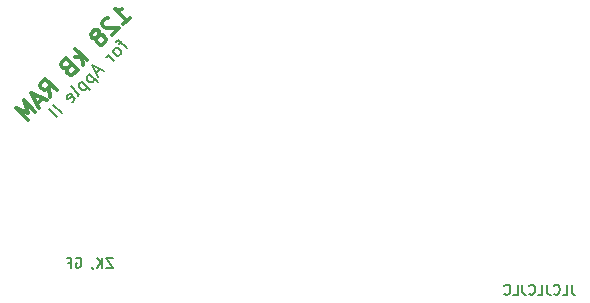
<source format=gbo>
G04 #@! TF.GenerationSoftware,KiCad,Pcbnew,(5.1.5-0-10_14)*
G04 #@! TF.CreationDate,2020-04-11T03:56:32-04:00*
G04 #@! TF.ProjectId,Voyager128,566f7961-6765-4723-9132-382e6b696361,rev?*
G04 #@! TF.SameCoordinates,Original*
G04 #@! TF.FileFunction,Legend,Bot*
G04 #@! TF.FilePolarity,Positive*
%FSLAX46Y46*%
G04 Gerber Fmt 4.6, Leading zero omitted, Abs format (unit mm)*
G04 Created by KiCad (PCBNEW (5.1.5-0-10_14)) date 2020-04-11 03:56:32*
%MOMM*%
%LPD*%
G04 APERTURE LIST*
%ADD10C,0.203200*%
%ADD11C,0.200000*%
%ADD12C,0.300000*%
%ADD13C,0.100000*%
%ADD14C,2.152400*%
G04 APERTURE END LIST*
D10*
X117009333Y-129729895D02*
X117009333Y-130310466D01*
X117048038Y-130426580D01*
X117125447Y-130503990D01*
X117241561Y-130542695D01*
X117318971Y-130542695D01*
X116235238Y-130542695D02*
X116622285Y-130542695D01*
X116622285Y-129729895D01*
X115499847Y-130465285D02*
X115538552Y-130503990D01*
X115654666Y-130542695D01*
X115732076Y-130542695D01*
X115848190Y-130503990D01*
X115925600Y-130426580D01*
X115964304Y-130349171D01*
X116003009Y-130194352D01*
X116003009Y-130078238D01*
X115964304Y-129923419D01*
X115925600Y-129846009D01*
X115848190Y-129768600D01*
X115732076Y-129729895D01*
X115654666Y-129729895D01*
X115538552Y-129768600D01*
X115499847Y-129807304D01*
X114919276Y-129729895D02*
X114919276Y-130310466D01*
X114957980Y-130426580D01*
X115035390Y-130503990D01*
X115151504Y-130542695D01*
X115228914Y-130542695D01*
X114145180Y-130542695D02*
X114532228Y-130542695D01*
X114532228Y-129729895D01*
X113409790Y-130465285D02*
X113448495Y-130503990D01*
X113564609Y-130542695D01*
X113642019Y-130542695D01*
X113758133Y-130503990D01*
X113835542Y-130426580D01*
X113874247Y-130349171D01*
X113912952Y-130194352D01*
X113912952Y-130078238D01*
X113874247Y-129923419D01*
X113835542Y-129846009D01*
X113758133Y-129768600D01*
X113642019Y-129729895D01*
X113564609Y-129729895D01*
X113448495Y-129768600D01*
X113409790Y-129807304D01*
X112829219Y-129729895D02*
X112829219Y-130310466D01*
X112867923Y-130426580D01*
X112945333Y-130503990D01*
X113061447Y-130542695D01*
X113138857Y-130542695D01*
X112055123Y-130542695D02*
X112442171Y-130542695D01*
X112442171Y-129729895D01*
X111319733Y-130465285D02*
X111358438Y-130503990D01*
X111474552Y-130542695D01*
X111551961Y-130542695D01*
X111668076Y-130503990D01*
X111745485Y-130426580D01*
X111784190Y-130349171D01*
X111822895Y-130194352D01*
X111822895Y-130078238D01*
X111784190Y-129923419D01*
X111745485Y-129846009D01*
X111668076Y-129768600D01*
X111551961Y-129729895D01*
X111474552Y-129729895D01*
X111358438Y-129768600D01*
X111319733Y-129807304D01*
X78135238Y-127443895D02*
X77593371Y-127443895D01*
X78135238Y-128256695D01*
X77593371Y-128256695D01*
X77283733Y-128256695D02*
X77283733Y-127443895D01*
X76819276Y-128256695D02*
X77167619Y-127792238D01*
X76819276Y-127443895D02*
X77283733Y-127908352D01*
X76432228Y-128217990D02*
X76432228Y-128256695D01*
X76470933Y-128334104D01*
X76509638Y-128372809D01*
X75038857Y-127482600D02*
X75116266Y-127443895D01*
X75232380Y-127443895D01*
X75348495Y-127482600D01*
X75425904Y-127560009D01*
X75464609Y-127637419D01*
X75503314Y-127792238D01*
X75503314Y-127908352D01*
X75464609Y-128063171D01*
X75425904Y-128140580D01*
X75348495Y-128217990D01*
X75232380Y-128256695D01*
X75154971Y-128256695D01*
X75038857Y-128217990D01*
X75000152Y-128179285D01*
X75000152Y-127908352D01*
X75154971Y-127908352D01*
X74380876Y-127830942D02*
X74651809Y-127830942D01*
X74651809Y-128256695D02*
X74651809Y-127443895D01*
X74264761Y-127443895D01*
D11*
X78946681Y-109086423D02*
X78672997Y-109360107D01*
X79322997Y-109668002D02*
X78707208Y-109052213D01*
X78604576Y-109018002D01*
X78501945Y-109052213D01*
X78433524Y-109120634D01*
X78809839Y-110181159D02*
X78844050Y-110078528D01*
X78844050Y-110010107D01*
X78809839Y-109907475D01*
X78604576Y-109702212D01*
X78501945Y-109668002D01*
X78433524Y-109668002D01*
X78330892Y-109702212D01*
X78228261Y-109804844D01*
X78194050Y-109907475D01*
X78194050Y-109975896D01*
X78228261Y-110078528D01*
X78433524Y-110283791D01*
X78536155Y-110318001D01*
X78604576Y-110318001D01*
X78707208Y-110283791D01*
X78809839Y-110181159D01*
X78262471Y-110728527D02*
X77783524Y-110249580D01*
X77920366Y-110386422D02*
X77817735Y-110352212D01*
X77749314Y-110352212D01*
X77646682Y-110386422D01*
X77578261Y-110454843D01*
X77099314Y-111481158D02*
X76757209Y-111823263D01*
X77372998Y-111618000D02*
X76415104Y-111139053D01*
X76894051Y-112096947D01*
X76175631Y-111857474D02*
X76894051Y-112575894D01*
X76209841Y-111891684D02*
X76107210Y-111925895D01*
X75970368Y-112062737D01*
X75936158Y-112165368D01*
X75936158Y-112233789D01*
X75970368Y-112336420D01*
X76175631Y-112541683D01*
X76278262Y-112575894D01*
X76346683Y-112575894D01*
X76449315Y-112541683D01*
X76586157Y-112404841D01*
X76620367Y-112302210D01*
X75525632Y-112507473D02*
X76244052Y-113225893D01*
X75559842Y-112541683D02*
X75457211Y-112575894D01*
X75320369Y-112712736D01*
X75286158Y-112815367D01*
X75286158Y-112883788D01*
X75320369Y-112986420D01*
X75525632Y-113191683D01*
X75628263Y-113225893D01*
X75696684Y-113225893D01*
X75799316Y-113191683D01*
X75936158Y-113054841D01*
X75970368Y-112952209D01*
X75251948Y-113739051D02*
X75286158Y-113636419D01*
X75251948Y-113533788D01*
X74636159Y-112917999D01*
X74670369Y-114252208D02*
X74773001Y-114217998D01*
X74909843Y-114081156D01*
X74944053Y-113978524D01*
X74909843Y-113875893D01*
X74636159Y-113602209D01*
X74533527Y-113567998D01*
X74430896Y-113602209D01*
X74294054Y-113739051D01*
X74259843Y-113841682D01*
X74294054Y-113944314D01*
X74362475Y-114012735D01*
X74773001Y-113739051D01*
X73815107Y-115175892D02*
X73096686Y-114457471D01*
X73473002Y-115517997D02*
X72754581Y-114799576D01*
D12*
X79045640Y-107651027D02*
X79611326Y-107085342D01*
X79328483Y-107368185D02*
X78338533Y-106378235D01*
X78574236Y-106425376D01*
X78762797Y-106425376D01*
X78904219Y-106378235D01*
X77772848Y-107132482D02*
X77678567Y-107132482D01*
X77537146Y-107179623D01*
X77301443Y-107415325D01*
X77254303Y-107556746D01*
X77254303Y-107651027D01*
X77301443Y-107792449D01*
X77395724Y-107886730D01*
X77584286Y-107981011D01*
X78715657Y-107981011D01*
X78102831Y-108593836D01*
X76971460Y-108593836D02*
X77018601Y-108452415D01*
X77018601Y-108358134D01*
X76971460Y-108216713D01*
X76924320Y-108169572D01*
X76782898Y-108122432D01*
X76688618Y-108122432D01*
X76547196Y-108169572D01*
X76358634Y-108358134D01*
X76311494Y-108499556D01*
X76311494Y-108593836D01*
X76358634Y-108735258D01*
X76405775Y-108782398D01*
X76547196Y-108829539D01*
X76641477Y-108829539D01*
X76782898Y-108782398D01*
X76971460Y-108593836D01*
X77112882Y-108546696D01*
X77207163Y-108546696D01*
X77348584Y-108593836D01*
X77537146Y-108782398D01*
X77584286Y-108923820D01*
X77584286Y-109018101D01*
X77537146Y-109159522D01*
X77348584Y-109348084D01*
X77207163Y-109395224D01*
X77112882Y-109395224D01*
X76971460Y-109348084D01*
X76782898Y-109159522D01*
X76735758Y-109018101D01*
X76735758Y-108923820D01*
X76782898Y-108782398D01*
X75981511Y-110715157D02*
X74991561Y-109725207D01*
X75510106Y-110432314D02*
X75604387Y-111092280D01*
X74944421Y-110432314D02*
X75698668Y-110432314D01*
X74331595Y-111327983D02*
X74237314Y-111516544D01*
X74237314Y-111610825D01*
X74284455Y-111752247D01*
X74425876Y-111893668D01*
X74567297Y-111940809D01*
X74661578Y-111940809D01*
X74803000Y-111893668D01*
X75180123Y-111516544D01*
X74190174Y-110526595D01*
X73860190Y-110856578D01*
X73813050Y-110998000D01*
X73813050Y-111092280D01*
X73860190Y-111233702D01*
X73954471Y-111327983D01*
X74095893Y-111375123D01*
X74190174Y-111375123D01*
X74331595Y-111327983D01*
X74661578Y-110998000D01*
X72870241Y-113826427D02*
X72728820Y-113025039D01*
X73435926Y-113260741D02*
X72445977Y-112270792D01*
X72068853Y-112647915D01*
X72021713Y-112789337D01*
X72021713Y-112883618D01*
X72068853Y-113025039D01*
X72210275Y-113166460D01*
X72351696Y-113213601D01*
X72445977Y-113213601D01*
X72587398Y-113166460D01*
X72964522Y-112789337D01*
X72210275Y-113920708D02*
X71738870Y-114392112D01*
X72587398Y-114109269D02*
X71267466Y-113449303D01*
X71927432Y-114769236D01*
X71597449Y-115099219D02*
X70607499Y-114109269D01*
X70984623Y-115146359D01*
X69947533Y-114769236D01*
X70937482Y-115759185D01*
%LPC*%
D13*
G36*
X139700000Y-139446000D02*
G01*
X139192000Y-139954000D01*
X74168000Y-139954000D01*
X73660000Y-139446000D01*
X73660000Y-132080000D01*
X139700000Y-132080000D01*
X139700000Y-139446000D01*
G37*
G36*
X137620179Y-131537818D02*
G01*
X137660862Y-131543853D01*
X137700758Y-131553846D01*
X137739483Y-131567702D01*
X137776662Y-131585287D01*
X137811939Y-131606431D01*
X137844974Y-131630931D01*
X137875448Y-131658552D01*
X137903069Y-131689026D01*
X137927569Y-131722061D01*
X137948713Y-131757338D01*
X137966298Y-131794517D01*
X137980154Y-131833242D01*
X137990147Y-131873138D01*
X137996182Y-131913821D01*
X137998200Y-131954900D01*
X137998200Y-138609100D01*
X137996182Y-138650179D01*
X137990147Y-138690862D01*
X137980154Y-138730758D01*
X137966298Y-138769483D01*
X137948713Y-138806662D01*
X137927569Y-138841939D01*
X137903069Y-138874974D01*
X137875448Y-138905448D01*
X137844974Y-138933069D01*
X137811939Y-138957569D01*
X137776662Y-138978713D01*
X137739483Y-138996298D01*
X137700758Y-139010154D01*
X137660862Y-139020147D01*
X137620179Y-139026182D01*
X137579100Y-139028200D01*
X136740900Y-139028200D01*
X136699821Y-139026182D01*
X136659138Y-139020147D01*
X136619242Y-139010154D01*
X136580517Y-138996298D01*
X136543338Y-138978713D01*
X136508061Y-138957569D01*
X136475026Y-138933069D01*
X136444552Y-138905448D01*
X136416931Y-138874974D01*
X136392431Y-138841939D01*
X136371287Y-138806662D01*
X136353702Y-138769483D01*
X136339846Y-138730758D01*
X136329853Y-138690862D01*
X136323818Y-138650179D01*
X136321800Y-138609100D01*
X136321800Y-131954900D01*
X136323818Y-131913821D01*
X136329853Y-131873138D01*
X136339846Y-131833242D01*
X136353702Y-131794517D01*
X136371287Y-131757338D01*
X136392431Y-131722061D01*
X136416931Y-131689026D01*
X136444552Y-131658552D01*
X136475026Y-131630931D01*
X136508061Y-131606431D01*
X136543338Y-131585287D01*
X136580517Y-131567702D01*
X136619242Y-131553846D01*
X136659138Y-131543853D01*
X136699821Y-131537818D01*
X136740900Y-131535800D01*
X137579100Y-131535800D01*
X137620179Y-131537818D01*
G37*
G36*
X135080179Y-131537818D02*
G01*
X135120862Y-131543853D01*
X135160758Y-131553846D01*
X135199483Y-131567702D01*
X135236662Y-131585287D01*
X135271939Y-131606431D01*
X135304974Y-131630931D01*
X135335448Y-131658552D01*
X135363069Y-131689026D01*
X135387569Y-131722061D01*
X135408713Y-131757338D01*
X135426298Y-131794517D01*
X135440154Y-131833242D01*
X135450147Y-131873138D01*
X135456182Y-131913821D01*
X135458200Y-131954900D01*
X135458200Y-138609100D01*
X135456182Y-138650179D01*
X135450147Y-138690862D01*
X135440154Y-138730758D01*
X135426298Y-138769483D01*
X135408713Y-138806662D01*
X135387569Y-138841939D01*
X135363069Y-138874974D01*
X135335448Y-138905448D01*
X135304974Y-138933069D01*
X135271939Y-138957569D01*
X135236662Y-138978713D01*
X135199483Y-138996298D01*
X135160758Y-139010154D01*
X135120862Y-139020147D01*
X135080179Y-139026182D01*
X135039100Y-139028200D01*
X134200900Y-139028200D01*
X134159821Y-139026182D01*
X134119138Y-139020147D01*
X134079242Y-139010154D01*
X134040517Y-138996298D01*
X134003338Y-138978713D01*
X133968061Y-138957569D01*
X133935026Y-138933069D01*
X133904552Y-138905448D01*
X133876931Y-138874974D01*
X133852431Y-138841939D01*
X133831287Y-138806662D01*
X133813702Y-138769483D01*
X133799846Y-138730758D01*
X133789853Y-138690862D01*
X133783818Y-138650179D01*
X133781800Y-138609100D01*
X133781800Y-131954900D01*
X133783818Y-131913821D01*
X133789853Y-131873138D01*
X133799846Y-131833242D01*
X133813702Y-131794517D01*
X133831287Y-131757338D01*
X133852431Y-131722061D01*
X133876931Y-131689026D01*
X133904552Y-131658552D01*
X133935026Y-131630931D01*
X133968061Y-131606431D01*
X134003338Y-131585287D01*
X134040517Y-131567702D01*
X134079242Y-131553846D01*
X134119138Y-131543853D01*
X134159821Y-131537818D01*
X134200900Y-131535800D01*
X135039100Y-131535800D01*
X135080179Y-131537818D01*
G37*
G36*
X132540179Y-131537818D02*
G01*
X132580862Y-131543853D01*
X132620758Y-131553846D01*
X132659483Y-131567702D01*
X132696662Y-131585287D01*
X132731939Y-131606431D01*
X132764974Y-131630931D01*
X132795448Y-131658552D01*
X132823069Y-131689026D01*
X132847569Y-131722061D01*
X132868713Y-131757338D01*
X132886298Y-131794517D01*
X132900154Y-131833242D01*
X132910147Y-131873138D01*
X132916182Y-131913821D01*
X132918200Y-131954900D01*
X132918200Y-138609100D01*
X132916182Y-138650179D01*
X132910147Y-138690862D01*
X132900154Y-138730758D01*
X132886298Y-138769483D01*
X132868713Y-138806662D01*
X132847569Y-138841939D01*
X132823069Y-138874974D01*
X132795448Y-138905448D01*
X132764974Y-138933069D01*
X132731939Y-138957569D01*
X132696662Y-138978713D01*
X132659483Y-138996298D01*
X132620758Y-139010154D01*
X132580862Y-139020147D01*
X132540179Y-139026182D01*
X132499100Y-139028200D01*
X131660900Y-139028200D01*
X131619821Y-139026182D01*
X131579138Y-139020147D01*
X131539242Y-139010154D01*
X131500517Y-138996298D01*
X131463338Y-138978713D01*
X131428061Y-138957569D01*
X131395026Y-138933069D01*
X131364552Y-138905448D01*
X131336931Y-138874974D01*
X131312431Y-138841939D01*
X131291287Y-138806662D01*
X131273702Y-138769483D01*
X131259846Y-138730758D01*
X131249853Y-138690862D01*
X131243818Y-138650179D01*
X131241800Y-138609100D01*
X131241800Y-131954900D01*
X131243818Y-131913821D01*
X131249853Y-131873138D01*
X131259846Y-131833242D01*
X131273702Y-131794517D01*
X131291287Y-131757338D01*
X131312431Y-131722061D01*
X131336931Y-131689026D01*
X131364552Y-131658552D01*
X131395026Y-131630931D01*
X131428061Y-131606431D01*
X131463338Y-131585287D01*
X131500517Y-131567702D01*
X131539242Y-131553846D01*
X131579138Y-131543853D01*
X131619821Y-131537818D01*
X131660900Y-131535800D01*
X132499100Y-131535800D01*
X132540179Y-131537818D01*
G37*
G36*
X76660179Y-131537818D02*
G01*
X76700862Y-131543853D01*
X76740758Y-131553846D01*
X76779483Y-131567702D01*
X76816662Y-131585287D01*
X76851939Y-131606431D01*
X76884974Y-131630931D01*
X76915448Y-131658552D01*
X76943069Y-131689026D01*
X76967569Y-131722061D01*
X76988713Y-131757338D01*
X77006298Y-131794517D01*
X77020154Y-131833242D01*
X77030147Y-131873138D01*
X77036182Y-131913821D01*
X77038200Y-131954900D01*
X77038200Y-138609100D01*
X77036182Y-138650179D01*
X77030147Y-138690862D01*
X77020154Y-138730758D01*
X77006298Y-138769483D01*
X76988713Y-138806662D01*
X76967569Y-138841939D01*
X76943069Y-138874974D01*
X76915448Y-138905448D01*
X76884974Y-138933069D01*
X76851939Y-138957569D01*
X76816662Y-138978713D01*
X76779483Y-138996298D01*
X76740758Y-139010154D01*
X76700862Y-139020147D01*
X76660179Y-139026182D01*
X76619100Y-139028200D01*
X75780900Y-139028200D01*
X75739821Y-139026182D01*
X75699138Y-139020147D01*
X75659242Y-139010154D01*
X75620517Y-138996298D01*
X75583338Y-138978713D01*
X75548061Y-138957569D01*
X75515026Y-138933069D01*
X75484552Y-138905448D01*
X75456931Y-138874974D01*
X75432431Y-138841939D01*
X75411287Y-138806662D01*
X75393702Y-138769483D01*
X75379846Y-138730758D01*
X75369853Y-138690862D01*
X75363818Y-138650179D01*
X75361800Y-138609100D01*
X75361800Y-131954900D01*
X75363818Y-131913821D01*
X75369853Y-131873138D01*
X75379846Y-131833242D01*
X75393702Y-131794517D01*
X75411287Y-131757338D01*
X75432431Y-131722061D01*
X75456931Y-131689026D01*
X75484552Y-131658552D01*
X75515026Y-131630931D01*
X75548061Y-131606431D01*
X75583338Y-131585287D01*
X75620517Y-131567702D01*
X75659242Y-131553846D01*
X75699138Y-131543853D01*
X75739821Y-131537818D01*
X75780900Y-131535800D01*
X76619100Y-131535800D01*
X76660179Y-131537818D01*
G37*
G36*
X79200179Y-131537818D02*
G01*
X79240862Y-131543853D01*
X79280758Y-131553846D01*
X79319483Y-131567702D01*
X79356662Y-131585287D01*
X79391939Y-131606431D01*
X79424974Y-131630931D01*
X79455448Y-131658552D01*
X79483069Y-131689026D01*
X79507569Y-131722061D01*
X79528713Y-131757338D01*
X79546298Y-131794517D01*
X79560154Y-131833242D01*
X79570147Y-131873138D01*
X79576182Y-131913821D01*
X79578200Y-131954900D01*
X79578200Y-138609100D01*
X79576182Y-138650179D01*
X79570147Y-138690862D01*
X79560154Y-138730758D01*
X79546298Y-138769483D01*
X79528713Y-138806662D01*
X79507569Y-138841939D01*
X79483069Y-138874974D01*
X79455448Y-138905448D01*
X79424974Y-138933069D01*
X79391939Y-138957569D01*
X79356662Y-138978713D01*
X79319483Y-138996298D01*
X79280758Y-139010154D01*
X79240862Y-139020147D01*
X79200179Y-139026182D01*
X79159100Y-139028200D01*
X78320900Y-139028200D01*
X78279821Y-139026182D01*
X78239138Y-139020147D01*
X78199242Y-139010154D01*
X78160517Y-138996298D01*
X78123338Y-138978713D01*
X78088061Y-138957569D01*
X78055026Y-138933069D01*
X78024552Y-138905448D01*
X77996931Y-138874974D01*
X77972431Y-138841939D01*
X77951287Y-138806662D01*
X77933702Y-138769483D01*
X77919846Y-138730758D01*
X77909853Y-138690862D01*
X77903818Y-138650179D01*
X77901800Y-138609100D01*
X77901800Y-131954900D01*
X77903818Y-131913821D01*
X77909853Y-131873138D01*
X77919846Y-131833242D01*
X77933702Y-131794517D01*
X77951287Y-131757338D01*
X77972431Y-131722061D01*
X77996931Y-131689026D01*
X78024552Y-131658552D01*
X78055026Y-131630931D01*
X78088061Y-131606431D01*
X78123338Y-131585287D01*
X78160517Y-131567702D01*
X78199242Y-131553846D01*
X78239138Y-131543853D01*
X78279821Y-131537818D01*
X78320900Y-131535800D01*
X79159100Y-131535800D01*
X79200179Y-131537818D01*
G37*
G36*
X81740179Y-131537818D02*
G01*
X81780862Y-131543853D01*
X81820758Y-131553846D01*
X81859483Y-131567702D01*
X81896662Y-131585287D01*
X81931939Y-131606431D01*
X81964974Y-131630931D01*
X81995448Y-131658552D01*
X82023069Y-131689026D01*
X82047569Y-131722061D01*
X82068713Y-131757338D01*
X82086298Y-131794517D01*
X82100154Y-131833242D01*
X82110147Y-131873138D01*
X82116182Y-131913821D01*
X82118200Y-131954900D01*
X82118200Y-138609100D01*
X82116182Y-138650179D01*
X82110147Y-138690862D01*
X82100154Y-138730758D01*
X82086298Y-138769483D01*
X82068713Y-138806662D01*
X82047569Y-138841939D01*
X82023069Y-138874974D01*
X81995448Y-138905448D01*
X81964974Y-138933069D01*
X81931939Y-138957569D01*
X81896662Y-138978713D01*
X81859483Y-138996298D01*
X81820758Y-139010154D01*
X81780862Y-139020147D01*
X81740179Y-139026182D01*
X81699100Y-139028200D01*
X80860900Y-139028200D01*
X80819821Y-139026182D01*
X80779138Y-139020147D01*
X80739242Y-139010154D01*
X80700517Y-138996298D01*
X80663338Y-138978713D01*
X80628061Y-138957569D01*
X80595026Y-138933069D01*
X80564552Y-138905448D01*
X80536931Y-138874974D01*
X80512431Y-138841939D01*
X80491287Y-138806662D01*
X80473702Y-138769483D01*
X80459846Y-138730758D01*
X80449853Y-138690862D01*
X80443818Y-138650179D01*
X80441800Y-138609100D01*
X80441800Y-131954900D01*
X80443818Y-131913821D01*
X80449853Y-131873138D01*
X80459846Y-131833242D01*
X80473702Y-131794517D01*
X80491287Y-131757338D01*
X80512431Y-131722061D01*
X80536931Y-131689026D01*
X80564552Y-131658552D01*
X80595026Y-131630931D01*
X80628061Y-131606431D01*
X80663338Y-131585287D01*
X80700517Y-131567702D01*
X80739242Y-131553846D01*
X80779138Y-131543853D01*
X80819821Y-131537818D01*
X80860900Y-131535800D01*
X81699100Y-131535800D01*
X81740179Y-131537818D01*
G37*
G36*
X84280179Y-131537818D02*
G01*
X84320862Y-131543853D01*
X84360758Y-131553846D01*
X84399483Y-131567702D01*
X84436662Y-131585287D01*
X84471939Y-131606431D01*
X84504974Y-131630931D01*
X84535448Y-131658552D01*
X84563069Y-131689026D01*
X84587569Y-131722061D01*
X84608713Y-131757338D01*
X84626298Y-131794517D01*
X84640154Y-131833242D01*
X84650147Y-131873138D01*
X84656182Y-131913821D01*
X84658200Y-131954900D01*
X84658200Y-138609100D01*
X84656182Y-138650179D01*
X84650147Y-138690862D01*
X84640154Y-138730758D01*
X84626298Y-138769483D01*
X84608713Y-138806662D01*
X84587569Y-138841939D01*
X84563069Y-138874974D01*
X84535448Y-138905448D01*
X84504974Y-138933069D01*
X84471939Y-138957569D01*
X84436662Y-138978713D01*
X84399483Y-138996298D01*
X84360758Y-139010154D01*
X84320862Y-139020147D01*
X84280179Y-139026182D01*
X84239100Y-139028200D01*
X83400900Y-139028200D01*
X83359821Y-139026182D01*
X83319138Y-139020147D01*
X83279242Y-139010154D01*
X83240517Y-138996298D01*
X83203338Y-138978713D01*
X83168061Y-138957569D01*
X83135026Y-138933069D01*
X83104552Y-138905448D01*
X83076931Y-138874974D01*
X83052431Y-138841939D01*
X83031287Y-138806662D01*
X83013702Y-138769483D01*
X82999846Y-138730758D01*
X82989853Y-138690862D01*
X82983818Y-138650179D01*
X82981800Y-138609100D01*
X82981800Y-131954900D01*
X82983818Y-131913821D01*
X82989853Y-131873138D01*
X82999846Y-131833242D01*
X83013702Y-131794517D01*
X83031287Y-131757338D01*
X83052431Y-131722061D01*
X83076931Y-131689026D01*
X83104552Y-131658552D01*
X83135026Y-131630931D01*
X83168061Y-131606431D01*
X83203338Y-131585287D01*
X83240517Y-131567702D01*
X83279242Y-131553846D01*
X83319138Y-131543853D01*
X83359821Y-131537818D01*
X83400900Y-131535800D01*
X84239100Y-131535800D01*
X84280179Y-131537818D01*
G37*
G36*
X86820179Y-131537818D02*
G01*
X86860862Y-131543853D01*
X86900758Y-131553846D01*
X86939483Y-131567702D01*
X86976662Y-131585287D01*
X87011939Y-131606431D01*
X87044974Y-131630931D01*
X87075448Y-131658552D01*
X87103069Y-131689026D01*
X87127569Y-131722061D01*
X87148713Y-131757338D01*
X87166298Y-131794517D01*
X87180154Y-131833242D01*
X87190147Y-131873138D01*
X87196182Y-131913821D01*
X87198200Y-131954900D01*
X87198200Y-138609100D01*
X87196182Y-138650179D01*
X87190147Y-138690862D01*
X87180154Y-138730758D01*
X87166298Y-138769483D01*
X87148713Y-138806662D01*
X87127569Y-138841939D01*
X87103069Y-138874974D01*
X87075448Y-138905448D01*
X87044974Y-138933069D01*
X87011939Y-138957569D01*
X86976662Y-138978713D01*
X86939483Y-138996298D01*
X86900758Y-139010154D01*
X86860862Y-139020147D01*
X86820179Y-139026182D01*
X86779100Y-139028200D01*
X85940900Y-139028200D01*
X85899821Y-139026182D01*
X85859138Y-139020147D01*
X85819242Y-139010154D01*
X85780517Y-138996298D01*
X85743338Y-138978713D01*
X85708061Y-138957569D01*
X85675026Y-138933069D01*
X85644552Y-138905448D01*
X85616931Y-138874974D01*
X85592431Y-138841939D01*
X85571287Y-138806662D01*
X85553702Y-138769483D01*
X85539846Y-138730758D01*
X85529853Y-138690862D01*
X85523818Y-138650179D01*
X85521800Y-138609100D01*
X85521800Y-131954900D01*
X85523818Y-131913821D01*
X85529853Y-131873138D01*
X85539846Y-131833242D01*
X85553702Y-131794517D01*
X85571287Y-131757338D01*
X85592431Y-131722061D01*
X85616931Y-131689026D01*
X85644552Y-131658552D01*
X85675026Y-131630931D01*
X85708061Y-131606431D01*
X85743338Y-131585287D01*
X85780517Y-131567702D01*
X85819242Y-131553846D01*
X85859138Y-131543853D01*
X85899821Y-131537818D01*
X85940900Y-131535800D01*
X86779100Y-131535800D01*
X86820179Y-131537818D01*
G37*
G36*
X89360179Y-131537818D02*
G01*
X89400862Y-131543853D01*
X89440758Y-131553846D01*
X89479483Y-131567702D01*
X89516662Y-131585287D01*
X89551939Y-131606431D01*
X89584974Y-131630931D01*
X89615448Y-131658552D01*
X89643069Y-131689026D01*
X89667569Y-131722061D01*
X89688713Y-131757338D01*
X89706298Y-131794517D01*
X89720154Y-131833242D01*
X89730147Y-131873138D01*
X89736182Y-131913821D01*
X89738200Y-131954900D01*
X89738200Y-138609100D01*
X89736182Y-138650179D01*
X89730147Y-138690862D01*
X89720154Y-138730758D01*
X89706298Y-138769483D01*
X89688713Y-138806662D01*
X89667569Y-138841939D01*
X89643069Y-138874974D01*
X89615448Y-138905448D01*
X89584974Y-138933069D01*
X89551939Y-138957569D01*
X89516662Y-138978713D01*
X89479483Y-138996298D01*
X89440758Y-139010154D01*
X89400862Y-139020147D01*
X89360179Y-139026182D01*
X89319100Y-139028200D01*
X88480900Y-139028200D01*
X88439821Y-139026182D01*
X88399138Y-139020147D01*
X88359242Y-139010154D01*
X88320517Y-138996298D01*
X88283338Y-138978713D01*
X88248061Y-138957569D01*
X88215026Y-138933069D01*
X88184552Y-138905448D01*
X88156931Y-138874974D01*
X88132431Y-138841939D01*
X88111287Y-138806662D01*
X88093702Y-138769483D01*
X88079846Y-138730758D01*
X88069853Y-138690862D01*
X88063818Y-138650179D01*
X88061800Y-138609100D01*
X88061800Y-131954900D01*
X88063818Y-131913821D01*
X88069853Y-131873138D01*
X88079846Y-131833242D01*
X88093702Y-131794517D01*
X88111287Y-131757338D01*
X88132431Y-131722061D01*
X88156931Y-131689026D01*
X88184552Y-131658552D01*
X88215026Y-131630931D01*
X88248061Y-131606431D01*
X88283338Y-131585287D01*
X88320517Y-131567702D01*
X88359242Y-131553846D01*
X88399138Y-131543853D01*
X88439821Y-131537818D01*
X88480900Y-131535800D01*
X89319100Y-131535800D01*
X89360179Y-131537818D01*
G37*
G36*
X91900179Y-131537818D02*
G01*
X91940862Y-131543853D01*
X91980758Y-131553846D01*
X92019483Y-131567702D01*
X92056662Y-131585287D01*
X92091939Y-131606431D01*
X92124974Y-131630931D01*
X92155448Y-131658552D01*
X92183069Y-131689026D01*
X92207569Y-131722061D01*
X92228713Y-131757338D01*
X92246298Y-131794517D01*
X92260154Y-131833242D01*
X92270147Y-131873138D01*
X92276182Y-131913821D01*
X92278200Y-131954900D01*
X92278200Y-138609100D01*
X92276182Y-138650179D01*
X92270147Y-138690862D01*
X92260154Y-138730758D01*
X92246298Y-138769483D01*
X92228713Y-138806662D01*
X92207569Y-138841939D01*
X92183069Y-138874974D01*
X92155448Y-138905448D01*
X92124974Y-138933069D01*
X92091939Y-138957569D01*
X92056662Y-138978713D01*
X92019483Y-138996298D01*
X91980758Y-139010154D01*
X91940862Y-139020147D01*
X91900179Y-139026182D01*
X91859100Y-139028200D01*
X91020900Y-139028200D01*
X90979821Y-139026182D01*
X90939138Y-139020147D01*
X90899242Y-139010154D01*
X90860517Y-138996298D01*
X90823338Y-138978713D01*
X90788061Y-138957569D01*
X90755026Y-138933069D01*
X90724552Y-138905448D01*
X90696931Y-138874974D01*
X90672431Y-138841939D01*
X90651287Y-138806662D01*
X90633702Y-138769483D01*
X90619846Y-138730758D01*
X90609853Y-138690862D01*
X90603818Y-138650179D01*
X90601800Y-138609100D01*
X90601800Y-131954900D01*
X90603818Y-131913821D01*
X90609853Y-131873138D01*
X90619846Y-131833242D01*
X90633702Y-131794517D01*
X90651287Y-131757338D01*
X90672431Y-131722061D01*
X90696931Y-131689026D01*
X90724552Y-131658552D01*
X90755026Y-131630931D01*
X90788061Y-131606431D01*
X90823338Y-131585287D01*
X90860517Y-131567702D01*
X90899242Y-131553846D01*
X90939138Y-131543853D01*
X90979821Y-131537818D01*
X91020900Y-131535800D01*
X91859100Y-131535800D01*
X91900179Y-131537818D01*
G37*
G36*
X94440179Y-131537818D02*
G01*
X94480862Y-131543853D01*
X94520758Y-131553846D01*
X94559483Y-131567702D01*
X94596662Y-131585287D01*
X94631939Y-131606431D01*
X94664974Y-131630931D01*
X94695448Y-131658552D01*
X94723069Y-131689026D01*
X94747569Y-131722061D01*
X94768713Y-131757338D01*
X94786298Y-131794517D01*
X94800154Y-131833242D01*
X94810147Y-131873138D01*
X94816182Y-131913821D01*
X94818200Y-131954900D01*
X94818200Y-138609100D01*
X94816182Y-138650179D01*
X94810147Y-138690862D01*
X94800154Y-138730758D01*
X94786298Y-138769483D01*
X94768713Y-138806662D01*
X94747569Y-138841939D01*
X94723069Y-138874974D01*
X94695448Y-138905448D01*
X94664974Y-138933069D01*
X94631939Y-138957569D01*
X94596662Y-138978713D01*
X94559483Y-138996298D01*
X94520758Y-139010154D01*
X94480862Y-139020147D01*
X94440179Y-139026182D01*
X94399100Y-139028200D01*
X93560900Y-139028200D01*
X93519821Y-139026182D01*
X93479138Y-139020147D01*
X93439242Y-139010154D01*
X93400517Y-138996298D01*
X93363338Y-138978713D01*
X93328061Y-138957569D01*
X93295026Y-138933069D01*
X93264552Y-138905448D01*
X93236931Y-138874974D01*
X93212431Y-138841939D01*
X93191287Y-138806662D01*
X93173702Y-138769483D01*
X93159846Y-138730758D01*
X93149853Y-138690862D01*
X93143818Y-138650179D01*
X93141800Y-138609100D01*
X93141800Y-131954900D01*
X93143818Y-131913821D01*
X93149853Y-131873138D01*
X93159846Y-131833242D01*
X93173702Y-131794517D01*
X93191287Y-131757338D01*
X93212431Y-131722061D01*
X93236931Y-131689026D01*
X93264552Y-131658552D01*
X93295026Y-131630931D01*
X93328061Y-131606431D01*
X93363338Y-131585287D01*
X93400517Y-131567702D01*
X93439242Y-131553846D01*
X93479138Y-131543853D01*
X93519821Y-131537818D01*
X93560900Y-131535800D01*
X94399100Y-131535800D01*
X94440179Y-131537818D01*
G37*
G36*
X96980179Y-131537818D02*
G01*
X97020862Y-131543853D01*
X97060758Y-131553846D01*
X97099483Y-131567702D01*
X97136662Y-131585287D01*
X97171939Y-131606431D01*
X97204974Y-131630931D01*
X97235448Y-131658552D01*
X97263069Y-131689026D01*
X97287569Y-131722061D01*
X97308713Y-131757338D01*
X97326298Y-131794517D01*
X97340154Y-131833242D01*
X97350147Y-131873138D01*
X97356182Y-131913821D01*
X97358200Y-131954900D01*
X97358200Y-138609100D01*
X97356182Y-138650179D01*
X97350147Y-138690862D01*
X97340154Y-138730758D01*
X97326298Y-138769483D01*
X97308713Y-138806662D01*
X97287569Y-138841939D01*
X97263069Y-138874974D01*
X97235448Y-138905448D01*
X97204974Y-138933069D01*
X97171939Y-138957569D01*
X97136662Y-138978713D01*
X97099483Y-138996298D01*
X97060758Y-139010154D01*
X97020862Y-139020147D01*
X96980179Y-139026182D01*
X96939100Y-139028200D01*
X96100900Y-139028200D01*
X96059821Y-139026182D01*
X96019138Y-139020147D01*
X95979242Y-139010154D01*
X95940517Y-138996298D01*
X95903338Y-138978713D01*
X95868061Y-138957569D01*
X95835026Y-138933069D01*
X95804552Y-138905448D01*
X95776931Y-138874974D01*
X95752431Y-138841939D01*
X95731287Y-138806662D01*
X95713702Y-138769483D01*
X95699846Y-138730758D01*
X95689853Y-138690862D01*
X95683818Y-138650179D01*
X95681800Y-138609100D01*
X95681800Y-131954900D01*
X95683818Y-131913821D01*
X95689853Y-131873138D01*
X95699846Y-131833242D01*
X95713702Y-131794517D01*
X95731287Y-131757338D01*
X95752431Y-131722061D01*
X95776931Y-131689026D01*
X95804552Y-131658552D01*
X95835026Y-131630931D01*
X95868061Y-131606431D01*
X95903338Y-131585287D01*
X95940517Y-131567702D01*
X95979242Y-131553846D01*
X96019138Y-131543853D01*
X96059821Y-131537818D01*
X96100900Y-131535800D01*
X96939100Y-131535800D01*
X96980179Y-131537818D01*
G37*
G36*
X99520179Y-131537818D02*
G01*
X99560862Y-131543853D01*
X99600758Y-131553846D01*
X99639483Y-131567702D01*
X99676662Y-131585287D01*
X99711939Y-131606431D01*
X99744974Y-131630931D01*
X99775448Y-131658552D01*
X99803069Y-131689026D01*
X99827569Y-131722061D01*
X99848713Y-131757338D01*
X99866298Y-131794517D01*
X99880154Y-131833242D01*
X99890147Y-131873138D01*
X99896182Y-131913821D01*
X99898200Y-131954900D01*
X99898200Y-138609100D01*
X99896182Y-138650179D01*
X99890147Y-138690862D01*
X99880154Y-138730758D01*
X99866298Y-138769483D01*
X99848713Y-138806662D01*
X99827569Y-138841939D01*
X99803069Y-138874974D01*
X99775448Y-138905448D01*
X99744974Y-138933069D01*
X99711939Y-138957569D01*
X99676662Y-138978713D01*
X99639483Y-138996298D01*
X99600758Y-139010154D01*
X99560862Y-139020147D01*
X99520179Y-139026182D01*
X99479100Y-139028200D01*
X98640900Y-139028200D01*
X98599821Y-139026182D01*
X98559138Y-139020147D01*
X98519242Y-139010154D01*
X98480517Y-138996298D01*
X98443338Y-138978713D01*
X98408061Y-138957569D01*
X98375026Y-138933069D01*
X98344552Y-138905448D01*
X98316931Y-138874974D01*
X98292431Y-138841939D01*
X98271287Y-138806662D01*
X98253702Y-138769483D01*
X98239846Y-138730758D01*
X98229853Y-138690862D01*
X98223818Y-138650179D01*
X98221800Y-138609100D01*
X98221800Y-131954900D01*
X98223818Y-131913821D01*
X98229853Y-131873138D01*
X98239846Y-131833242D01*
X98253702Y-131794517D01*
X98271287Y-131757338D01*
X98292431Y-131722061D01*
X98316931Y-131689026D01*
X98344552Y-131658552D01*
X98375026Y-131630931D01*
X98408061Y-131606431D01*
X98443338Y-131585287D01*
X98480517Y-131567702D01*
X98519242Y-131553846D01*
X98559138Y-131543853D01*
X98599821Y-131537818D01*
X98640900Y-131535800D01*
X99479100Y-131535800D01*
X99520179Y-131537818D01*
G37*
G36*
X102060179Y-131537818D02*
G01*
X102100862Y-131543853D01*
X102140758Y-131553846D01*
X102179483Y-131567702D01*
X102216662Y-131585287D01*
X102251939Y-131606431D01*
X102284974Y-131630931D01*
X102315448Y-131658552D01*
X102343069Y-131689026D01*
X102367569Y-131722061D01*
X102388713Y-131757338D01*
X102406298Y-131794517D01*
X102420154Y-131833242D01*
X102430147Y-131873138D01*
X102436182Y-131913821D01*
X102438200Y-131954900D01*
X102438200Y-138609100D01*
X102436182Y-138650179D01*
X102430147Y-138690862D01*
X102420154Y-138730758D01*
X102406298Y-138769483D01*
X102388713Y-138806662D01*
X102367569Y-138841939D01*
X102343069Y-138874974D01*
X102315448Y-138905448D01*
X102284974Y-138933069D01*
X102251939Y-138957569D01*
X102216662Y-138978713D01*
X102179483Y-138996298D01*
X102140758Y-139010154D01*
X102100862Y-139020147D01*
X102060179Y-139026182D01*
X102019100Y-139028200D01*
X101180900Y-139028200D01*
X101139821Y-139026182D01*
X101099138Y-139020147D01*
X101059242Y-139010154D01*
X101020517Y-138996298D01*
X100983338Y-138978713D01*
X100948061Y-138957569D01*
X100915026Y-138933069D01*
X100884552Y-138905448D01*
X100856931Y-138874974D01*
X100832431Y-138841939D01*
X100811287Y-138806662D01*
X100793702Y-138769483D01*
X100779846Y-138730758D01*
X100769853Y-138690862D01*
X100763818Y-138650179D01*
X100761800Y-138609100D01*
X100761800Y-131954900D01*
X100763818Y-131913821D01*
X100769853Y-131873138D01*
X100779846Y-131833242D01*
X100793702Y-131794517D01*
X100811287Y-131757338D01*
X100832431Y-131722061D01*
X100856931Y-131689026D01*
X100884552Y-131658552D01*
X100915026Y-131630931D01*
X100948061Y-131606431D01*
X100983338Y-131585287D01*
X101020517Y-131567702D01*
X101059242Y-131553846D01*
X101099138Y-131543853D01*
X101139821Y-131537818D01*
X101180900Y-131535800D01*
X102019100Y-131535800D01*
X102060179Y-131537818D01*
G37*
G36*
X104600179Y-131537818D02*
G01*
X104640862Y-131543853D01*
X104680758Y-131553846D01*
X104719483Y-131567702D01*
X104756662Y-131585287D01*
X104791939Y-131606431D01*
X104824974Y-131630931D01*
X104855448Y-131658552D01*
X104883069Y-131689026D01*
X104907569Y-131722061D01*
X104928713Y-131757338D01*
X104946298Y-131794517D01*
X104960154Y-131833242D01*
X104970147Y-131873138D01*
X104976182Y-131913821D01*
X104978200Y-131954900D01*
X104978200Y-138609100D01*
X104976182Y-138650179D01*
X104970147Y-138690862D01*
X104960154Y-138730758D01*
X104946298Y-138769483D01*
X104928713Y-138806662D01*
X104907569Y-138841939D01*
X104883069Y-138874974D01*
X104855448Y-138905448D01*
X104824974Y-138933069D01*
X104791939Y-138957569D01*
X104756662Y-138978713D01*
X104719483Y-138996298D01*
X104680758Y-139010154D01*
X104640862Y-139020147D01*
X104600179Y-139026182D01*
X104559100Y-139028200D01*
X103720900Y-139028200D01*
X103679821Y-139026182D01*
X103639138Y-139020147D01*
X103599242Y-139010154D01*
X103560517Y-138996298D01*
X103523338Y-138978713D01*
X103488061Y-138957569D01*
X103455026Y-138933069D01*
X103424552Y-138905448D01*
X103396931Y-138874974D01*
X103372431Y-138841939D01*
X103351287Y-138806662D01*
X103333702Y-138769483D01*
X103319846Y-138730758D01*
X103309853Y-138690862D01*
X103303818Y-138650179D01*
X103301800Y-138609100D01*
X103301800Y-131954900D01*
X103303818Y-131913821D01*
X103309853Y-131873138D01*
X103319846Y-131833242D01*
X103333702Y-131794517D01*
X103351287Y-131757338D01*
X103372431Y-131722061D01*
X103396931Y-131689026D01*
X103424552Y-131658552D01*
X103455026Y-131630931D01*
X103488061Y-131606431D01*
X103523338Y-131585287D01*
X103560517Y-131567702D01*
X103599242Y-131553846D01*
X103639138Y-131543853D01*
X103679821Y-131537818D01*
X103720900Y-131535800D01*
X104559100Y-131535800D01*
X104600179Y-131537818D01*
G37*
G36*
X107140179Y-131537818D02*
G01*
X107180862Y-131543853D01*
X107220758Y-131553846D01*
X107259483Y-131567702D01*
X107296662Y-131585287D01*
X107331939Y-131606431D01*
X107364974Y-131630931D01*
X107395448Y-131658552D01*
X107423069Y-131689026D01*
X107447569Y-131722061D01*
X107468713Y-131757338D01*
X107486298Y-131794517D01*
X107500154Y-131833242D01*
X107510147Y-131873138D01*
X107516182Y-131913821D01*
X107518200Y-131954900D01*
X107518200Y-138609100D01*
X107516182Y-138650179D01*
X107510147Y-138690862D01*
X107500154Y-138730758D01*
X107486298Y-138769483D01*
X107468713Y-138806662D01*
X107447569Y-138841939D01*
X107423069Y-138874974D01*
X107395448Y-138905448D01*
X107364974Y-138933069D01*
X107331939Y-138957569D01*
X107296662Y-138978713D01*
X107259483Y-138996298D01*
X107220758Y-139010154D01*
X107180862Y-139020147D01*
X107140179Y-139026182D01*
X107099100Y-139028200D01*
X106260900Y-139028200D01*
X106219821Y-139026182D01*
X106179138Y-139020147D01*
X106139242Y-139010154D01*
X106100517Y-138996298D01*
X106063338Y-138978713D01*
X106028061Y-138957569D01*
X105995026Y-138933069D01*
X105964552Y-138905448D01*
X105936931Y-138874974D01*
X105912431Y-138841939D01*
X105891287Y-138806662D01*
X105873702Y-138769483D01*
X105859846Y-138730758D01*
X105849853Y-138690862D01*
X105843818Y-138650179D01*
X105841800Y-138609100D01*
X105841800Y-131954900D01*
X105843818Y-131913821D01*
X105849853Y-131873138D01*
X105859846Y-131833242D01*
X105873702Y-131794517D01*
X105891287Y-131757338D01*
X105912431Y-131722061D01*
X105936931Y-131689026D01*
X105964552Y-131658552D01*
X105995026Y-131630931D01*
X106028061Y-131606431D01*
X106063338Y-131585287D01*
X106100517Y-131567702D01*
X106139242Y-131553846D01*
X106179138Y-131543853D01*
X106219821Y-131537818D01*
X106260900Y-131535800D01*
X107099100Y-131535800D01*
X107140179Y-131537818D01*
G37*
G36*
X109680179Y-131537818D02*
G01*
X109720862Y-131543853D01*
X109760758Y-131553846D01*
X109799483Y-131567702D01*
X109836662Y-131585287D01*
X109871939Y-131606431D01*
X109904974Y-131630931D01*
X109935448Y-131658552D01*
X109963069Y-131689026D01*
X109987569Y-131722061D01*
X110008713Y-131757338D01*
X110026298Y-131794517D01*
X110040154Y-131833242D01*
X110050147Y-131873138D01*
X110056182Y-131913821D01*
X110058200Y-131954900D01*
X110058200Y-138609100D01*
X110056182Y-138650179D01*
X110050147Y-138690862D01*
X110040154Y-138730758D01*
X110026298Y-138769483D01*
X110008713Y-138806662D01*
X109987569Y-138841939D01*
X109963069Y-138874974D01*
X109935448Y-138905448D01*
X109904974Y-138933069D01*
X109871939Y-138957569D01*
X109836662Y-138978713D01*
X109799483Y-138996298D01*
X109760758Y-139010154D01*
X109720862Y-139020147D01*
X109680179Y-139026182D01*
X109639100Y-139028200D01*
X108800900Y-139028200D01*
X108759821Y-139026182D01*
X108719138Y-139020147D01*
X108679242Y-139010154D01*
X108640517Y-138996298D01*
X108603338Y-138978713D01*
X108568061Y-138957569D01*
X108535026Y-138933069D01*
X108504552Y-138905448D01*
X108476931Y-138874974D01*
X108452431Y-138841939D01*
X108431287Y-138806662D01*
X108413702Y-138769483D01*
X108399846Y-138730758D01*
X108389853Y-138690862D01*
X108383818Y-138650179D01*
X108381800Y-138609100D01*
X108381800Y-131954900D01*
X108383818Y-131913821D01*
X108389853Y-131873138D01*
X108399846Y-131833242D01*
X108413702Y-131794517D01*
X108431287Y-131757338D01*
X108452431Y-131722061D01*
X108476931Y-131689026D01*
X108504552Y-131658552D01*
X108535026Y-131630931D01*
X108568061Y-131606431D01*
X108603338Y-131585287D01*
X108640517Y-131567702D01*
X108679242Y-131553846D01*
X108719138Y-131543853D01*
X108759821Y-131537818D01*
X108800900Y-131535800D01*
X109639100Y-131535800D01*
X109680179Y-131537818D01*
G37*
G36*
X112220179Y-131537818D02*
G01*
X112260862Y-131543853D01*
X112300758Y-131553846D01*
X112339483Y-131567702D01*
X112376662Y-131585287D01*
X112411939Y-131606431D01*
X112444974Y-131630931D01*
X112475448Y-131658552D01*
X112503069Y-131689026D01*
X112527569Y-131722061D01*
X112548713Y-131757338D01*
X112566298Y-131794517D01*
X112580154Y-131833242D01*
X112590147Y-131873138D01*
X112596182Y-131913821D01*
X112598200Y-131954900D01*
X112598200Y-138609100D01*
X112596182Y-138650179D01*
X112590147Y-138690862D01*
X112580154Y-138730758D01*
X112566298Y-138769483D01*
X112548713Y-138806662D01*
X112527569Y-138841939D01*
X112503069Y-138874974D01*
X112475448Y-138905448D01*
X112444974Y-138933069D01*
X112411939Y-138957569D01*
X112376662Y-138978713D01*
X112339483Y-138996298D01*
X112300758Y-139010154D01*
X112260862Y-139020147D01*
X112220179Y-139026182D01*
X112179100Y-139028200D01*
X111340900Y-139028200D01*
X111299821Y-139026182D01*
X111259138Y-139020147D01*
X111219242Y-139010154D01*
X111180517Y-138996298D01*
X111143338Y-138978713D01*
X111108061Y-138957569D01*
X111075026Y-138933069D01*
X111044552Y-138905448D01*
X111016931Y-138874974D01*
X110992431Y-138841939D01*
X110971287Y-138806662D01*
X110953702Y-138769483D01*
X110939846Y-138730758D01*
X110929853Y-138690862D01*
X110923818Y-138650179D01*
X110921800Y-138609100D01*
X110921800Y-131954900D01*
X110923818Y-131913821D01*
X110929853Y-131873138D01*
X110939846Y-131833242D01*
X110953702Y-131794517D01*
X110971287Y-131757338D01*
X110992431Y-131722061D01*
X111016931Y-131689026D01*
X111044552Y-131658552D01*
X111075026Y-131630931D01*
X111108061Y-131606431D01*
X111143338Y-131585287D01*
X111180517Y-131567702D01*
X111219242Y-131553846D01*
X111259138Y-131543853D01*
X111299821Y-131537818D01*
X111340900Y-131535800D01*
X112179100Y-131535800D01*
X112220179Y-131537818D01*
G37*
G36*
X114760179Y-131537818D02*
G01*
X114800862Y-131543853D01*
X114840758Y-131553846D01*
X114879483Y-131567702D01*
X114916662Y-131585287D01*
X114951939Y-131606431D01*
X114984974Y-131630931D01*
X115015448Y-131658552D01*
X115043069Y-131689026D01*
X115067569Y-131722061D01*
X115088713Y-131757338D01*
X115106298Y-131794517D01*
X115120154Y-131833242D01*
X115130147Y-131873138D01*
X115136182Y-131913821D01*
X115138200Y-131954900D01*
X115138200Y-138609100D01*
X115136182Y-138650179D01*
X115130147Y-138690862D01*
X115120154Y-138730758D01*
X115106298Y-138769483D01*
X115088713Y-138806662D01*
X115067569Y-138841939D01*
X115043069Y-138874974D01*
X115015448Y-138905448D01*
X114984974Y-138933069D01*
X114951939Y-138957569D01*
X114916662Y-138978713D01*
X114879483Y-138996298D01*
X114840758Y-139010154D01*
X114800862Y-139020147D01*
X114760179Y-139026182D01*
X114719100Y-139028200D01*
X113880900Y-139028200D01*
X113839821Y-139026182D01*
X113799138Y-139020147D01*
X113759242Y-139010154D01*
X113720517Y-138996298D01*
X113683338Y-138978713D01*
X113648061Y-138957569D01*
X113615026Y-138933069D01*
X113584552Y-138905448D01*
X113556931Y-138874974D01*
X113532431Y-138841939D01*
X113511287Y-138806662D01*
X113493702Y-138769483D01*
X113479846Y-138730758D01*
X113469853Y-138690862D01*
X113463818Y-138650179D01*
X113461800Y-138609100D01*
X113461800Y-131954900D01*
X113463818Y-131913821D01*
X113469853Y-131873138D01*
X113479846Y-131833242D01*
X113493702Y-131794517D01*
X113511287Y-131757338D01*
X113532431Y-131722061D01*
X113556931Y-131689026D01*
X113584552Y-131658552D01*
X113615026Y-131630931D01*
X113648061Y-131606431D01*
X113683338Y-131585287D01*
X113720517Y-131567702D01*
X113759242Y-131553846D01*
X113799138Y-131543853D01*
X113839821Y-131537818D01*
X113880900Y-131535800D01*
X114719100Y-131535800D01*
X114760179Y-131537818D01*
G37*
G36*
X117300179Y-131537818D02*
G01*
X117340862Y-131543853D01*
X117380758Y-131553846D01*
X117419483Y-131567702D01*
X117456662Y-131585287D01*
X117491939Y-131606431D01*
X117524974Y-131630931D01*
X117555448Y-131658552D01*
X117583069Y-131689026D01*
X117607569Y-131722061D01*
X117628713Y-131757338D01*
X117646298Y-131794517D01*
X117660154Y-131833242D01*
X117670147Y-131873138D01*
X117676182Y-131913821D01*
X117678200Y-131954900D01*
X117678200Y-138609100D01*
X117676182Y-138650179D01*
X117670147Y-138690862D01*
X117660154Y-138730758D01*
X117646298Y-138769483D01*
X117628713Y-138806662D01*
X117607569Y-138841939D01*
X117583069Y-138874974D01*
X117555448Y-138905448D01*
X117524974Y-138933069D01*
X117491939Y-138957569D01*
X117456662Y-138978713D01*
X117419483Y-138996298D01*
X117380758Y-139010154D01*
X117340862Y-139020147D01*
X117300179Y-139026182D01*
X117259100Y-139028200D01*
X116420900Y-139028200D01*
X116379821Y-139026182D01*
X116339138Y-139020147D01*
X116299242Y-139010154D01*
X116260517Y-138996298D01*
X116223338Y-138978713D01*
X116188061Y-138957569D01*
X116155026Y-138933069D01*
X116124552Y-138905448D01*
X116096931Y-138874974D01*
X116072431Y-138841939D01*
X116051287Y-138806662D01*
X116033702Y-138769483D01*
X116019846Y-138730758D01*
X116009853Y-138690862D01*
X116003818Y-138650179D01*
X116001800Y-138609100D01*
X116001800Y-131954900D01*
X116003818Y-131913821D01*
X116009853Y-131873138D01*
X116019846Y-131833242D01*
X116033702Y-131794517D01*
X116051287Y-131757338D01*
X116072431Y-131722061D01*
X116096931Y-131689026D01*
X116124552Y-131658552D01*
X116155026Y-131630931D01*
X116188061Y-131606431D01*
X116223338Y-131585287D01*
X116260517Y-131567702D01*
X116299242Y-131553846D01*
X116339138Y-131543853D01*
X116379821Y-131537818D01*
X116420900Y-131535800D01*
X117259100Y-131535800D01*
X117300179Y-131537818D01*
G37*
G36*
X119840179Y-131537818D02*
G01*
X119880862Y-131543853D01*
X119920758Y-131553846D01*
X119959483Y-131567702D01*
X119996662Y-131585287D01*
X120031939Y-131606431D01*
X120064974Y-131630931D01*
X120095448Y-131658552D01*
X120123069Y-131689026D01*
X120147569Y-131722061D01*
X120168713Y-131757338D01*
X120186298Y-131794517D01*
X120200154Y-131833242D01*
X120210147Y-131873138D01*
X120216182Y-131913821D01*
X120218200Y-131954900D01*
X120218200Y-138609100D01*
X120216182Y-138650179D01*
X120210147Y-138690862D01*
X120200154Y-138730758D01*
X120186298Y-138769483D01*
X120168713Y-138806662D01*
X120147569Y-138841939D01*
X120123069Y-138874974D01*
X120095448Y-138905448D01*
X120064974Y-138933069D01*
X120031939Y-138957569D01*
X119996662Y-138978713D01*
X119959483Y-138996298D01*
X119920758Y-139010154D01*
X119880862Y-139020147D01*
X119840179Y-139026182D01*
X119799100Y-139028200D01*
X118960900Y-139028200D01*
X118919821Y-139026182D01*
X118879138Y-139020147D01*
X118839242Y-139010154D01*
X118800517Y-138996298D01*
X118763338Y-138978713D01*
X118728061Y-138957569D01*
X118695026Y-138933069D01*
X118664552Y-138905448D01*
X118636931Y-138874974D01*
X118612431Y-138841939D01*
X118591287Y-138806662D01*
X118573702Y-138769483D01*
X118559846Y-138730758D01*
X118549853Y-138690862D01*
X118543818Y-138650179D01*
X118541800Y-138609100D01*
X118541800Y-131954900D01*
X118543818Y-131913821D01*
X118549853Y-131873138D01*
X118559846Y-131833242D01*
X118573702Y-131794517D01*
X118591287Y-131757338D01*
X118612431Y-131722061D01*
X118636931Y-131689026D01*
X118664552Y-131658552D01*
X118695026Y-131630931D01*
X118728061Y-131606431D01*
X118763338Y-131585287D01*
X118800517Y-131567702D01*
X118839242Y-131553846D01*
X118879138Y-131543853D01*
X118919821Y-131537818D01*
X118960900Y-131535800D01*
X119799100Y-131535800D01*
X119840179Y-131537818D01*
G37*
G36*
X122380179Y-131537818D02*
G01*
X122420862Y-131543853D01*
X122460758Y-131553846D01*
X122499483Y-131567702D01*
X122536662Y-131585287D01*
X122571939Y-131606431D01*
X122604974Y-131630931D01*
X122635448Y-131658552D01*
X122663069Y-131689026D01*
X122687569Y-131722061D01*
X122708713Y-131757338D01*
X122726298Y-131794517D01*
X122740154Y-131833242D01*
X122750147Y-131873138D01*
X122756182Y-131913821D01*
X122758200Y-131954900D01*
X122758200Y-138609100D01*
X122756182Y-138650179D01*
X122750147Y-138690862D01*
X122740154Y-138730758D01*
X122726298Y-138769483D01*
X122708713Y-138806662D01*
X122687569Y-138841939D01*
X122663069Y-138874974D01*
X122635448Y-138905448D01*
X122604974Y-138933069D01*
X122571939Y-138957569D01*
X122536662Y-138978713D01*
X122499483Y-138996298D01*
X122460758Y-139010154D01*
X122420862Y-139020147D01*
X122380179Y-139026182D01*
X122339100Y-139028200D01*
X121500900Y-139028200D01*
X121459821Y-139026182D01*
X121419138Y-139020147D01*
X121379242Y-139010154D01*
X121340517Y-138996298D01*
X121303338Y-138978713D01*
X121268061Y-138957569D01*
X121235026Y-138933069D01*
X121204552Y-138905448D01*
X121176931Y-138874974D01*
X121152431Y-138841939D01*
X121131287Y-138806662D01*
X121113702Y-138769483D01*
X121099846Y-138730758D01*
X121089853Y-138690862D01*
X121083818Y-138650179D01*
X121081800Y-138609100D01*
X121081800Y-131954900D01*
X121083818Y-131913821D01*
X121089853Y-131873138D01*
X121099846Y-131833242D01*
X121113702Y-131794517D01*
X121131287Y-131757338D01*
X121152431Y-131722061D01*
X121176931Y-131689026D01*
X121204552Y-131658552D01*
X121235026Y-131630931D01*
X121268061Y-131606431D01*
X121303338Y-131585287D01*
X121340517Y-131567702D01*
X121379242Y-131553846D01*
X121419138Y-131543853D01*
X121459821Y-131537818D01*
X121500900Y-131535800D01*
X122339100Y-131535800D01*
X122380179Y-131537818D01*
G37*
G36*
X124920179Y-131537818D02*
G01*
X124960862Y-131543853D01*
X125000758Y-131553846D01*
X125039483Y-131567702D01*
X125076662Y-131585287D01*
X125111939Y-131606431D01*
X125144974Y-131630931D01*
X125175448Y-131658552D01*
X125203069Y-131689026D01*
X125227569Y-131722061D01*
X125248713Y-131757338D01*
X125266298Y-131794517D01*
X125280154Y-131833242D01*
X125290147Y-131873138D01*
X125296182Y-131913821D01*
X125298200Y-131954900D01*
X125298200Y-138609100D01*
X125296182Y-138650179D01*
X125290147Y-138690862D01*
X125280154Y-138730758D01*
X125266298Y-138769483D01*
X125248713Y-138806662D01*
X125227569Y-138841939D01*
X125203069Y-138874974D01*
X125175448Y-138905448D01*
X125144974Y-138933069D01*
X125111939Y-138957569D01*
X125076662Y-138978713D01*
X125039483Y-138996298D01*
X125000758Y-139010154D01*
X124960862Y-139020147D01*
X124920179Y-139026182D01*
X124879100Y-139028200D01*
X124040900Y-139028200D01*
X123999821Y-139026182D01*
X123959138Y-139020147D01*
X123919242Y-139010154D01*
X123880517Y-138996298D01*
X123843338Y-138978713D01*
X123808061Y-138957569D01*
X123775026Y-138933069D01*
X123744552Y-138905448D01*
X123716931Y-138874974D01*
X123692431Y-138841939D01*
X123671287Y-138806662D01*
X123653702Y-138769483D01*
X123639846Y-138730758D01*
X123629853Y-138690862D01*
X123623818Y-138650179D01*
X123621800Y-138609100D01*
X123621800Y-131954900D01*
X123623818Y-131913821D01*
X123629853Y-131873138D01*
X123639846Y-131833242D01*
X123653702Y-131794517D01*
X123671287Y-131757338D01*
X123692431Y-131722061D01*
X123716931Y-131689026D01*
X123744552Y-131658552D01*
X123775026Y-131630931D01*
X123808061Y-131606431D01*
X123843338Y-131585287D01*
X123880517Y-131567702D01*
X123919242Y-131553846D01*
X123959138Y-131543853D01*
X123999821Y-131537818D01*
X124040900Y-131535800D01*
X124879100Y-131535800D01*
X124920179Y-131537818D01*
G37*
G36*
X127460179Y-131537818D02*
G01*
X127500862Y-131543853D01*
X127540758Y-131553846D01*
X127579483Y-131567702D01*
X127616662Y-131585287D01*
X127651939Y-131606431D01*
X127684974Y-131630931D01*
X127715448Y-131658552D01*
X127743069Y-131689026D01*
X127767569Y-131722061D01*
X127788713Y-131757338D01*
X127806298Y-131794517D01*
X127820154Y-131833242D01*
X127830147Y-131873138D01*
X127836182Y-131913821D01*
X127838200Y-131954900D01*
X127838200Y-138609100D01*
X127836182Y-138650179D01*
X127830147Y-138690862D01*
X127820154Y-138730758D01*
X127806298Y-138769483D01*
X127788713Y-138806662D01*
X127767569Y-138841939D01*
X127743069Y-138874974D01*
X127715448Y-138905448D01*
X127684974Y-138933069D01*
X127651939Y-138957569D01*
X127616662Y-138978713D01*
X127579483Y-138996298D01*
X127540758Y-139010154D01*
X127500862Y-139020147D01*
X127460179Y-139026182D01*
X127419100Y-139028200D01*
X126580900Y-139028200D01*
X126539821Y-139026182D01*
X126499138Y-139020147D01*
X126459242Y-139010154D01*
X126420517Y-138996298D01*
X126383338Y-138978713D01*
X126348061Y-138957569D01*
X126315026Y-138933069D01*
X126284552Y-138905448D01*
X126256931Y-138874974D01*
X126232431Y-138841939D01*
X126211287Y-138806662D01*
X126193702Y-138769483D01*
X126179846Y-138730758D01*
X126169853Y-138690862D01*
X126163818Y-138650179D01*
X126161800Y-138609100D01*
X126161800Y-131954900D01*
X126163818Y-131913821D01*
X126169853Y-131873138D01*
X126179846Y-131833242D01*
X126193702Y-131794517D01*
X126211287Y-131757338D01*
X126232431Y-131722061D01*
X126256931Y-131689026D01*
X126284552Y-131658552D01*
X126315026Y-131630931D01*
X126348061Y-131606431D01*
X126383338Y-131585287D01*
X126420517Y-131567702D01*
X126459242Y-131553846D01*
X126499138Y-131543853D01*
X126539821Y-131537818D01*
X126580900Y-131535800D01*
X127419100Y-131535800D01*
X127460179Y-131537818D01*
G37*
G36*
X130000179Y-131537818D02*
G01*
X130040862Y-131543853D01*
X130080758Y-131553846D01*
X130119483Y-131567702D01*
X130156662Y-131585287D01*
X130191939Y-131606431D01*
X130224974Y-131630931D01*
X130255448Y-131658552D01*
X130283069Y-131689026D01*
X130307569Y-131722061D01*
X130328713Y-131757338D01*
X130346298Y-131794517D01*
X130360154Y-131833242D01*
X130370147Y-131873138D01*
X130376182Y-131913821D01*
X130378200Y-131954900D01*
X130378200Y-138609100D01*
X130376182Y-138650179D01*
X130370147Y-138690862D01*
X130360154Y-138730758D01*
X130346298Y-138769483D01*
X130328713Y-138806662D01*
X130307569Y-138841939D01*
X130283069Y-138874974D01*
X130255448Y-138905448D01*
X130224974Y-138933069D01*
X130191939Y-138957569D01*
X130156662Y-138978713D01*
X130119483Y-138996298D01*
X130080758Y-139010154D01*
X130040862Y-139020147D01*
X130000179Y-139026182D01*
X129959100Y-139028200D01*
X129120900Y-139028200D01*
X129079821Y-139026182D01*
X129039138Y-139020147D01*
X128999242Y-139010154D01*
X128960517Y-138996298D01*
X128923338Y-138978713D01*
X128888061Y-138957569D01*
X128855026Y-138933069D01*
X128824552Y-138905448D01*
X128796931Y-138874974D01*
X128772431Y-138841939D01*
X128751287Y-138806662D01*
X128733702Y-138769483D01*
X128719846Y-138730758D01*
X128709853Y-138690862D01*
X128703818Y-138650179D01*
X128701800Y-138609100D01*
X128701800Y-131954900D01*
X128703818Y-131913821D01*
X128709853Y-131873138D01*
X128719846Y-131833242D01*
X128733702Y-131794517D01*
X128751287Y-131757338D01*
X128772431Y-131722061D01*
X128796931Y-131689026D01*
X128824552Y-131658552D01*
X128855026Y-131630931D01*
X128888061Y-131606431D01*
X128923338Y-131585287D01*
X128960517Y-131567702D01*
X128999242Y-131553846D01*
X129039138Y-131543853D01*
X129079821Y-131537818D01*
X129120900Y-131535800D01*
X129959100Y-131535800D01*
X130000179Y-131537818D01*
G37*
D14*
X81534000Y-106553000D03*
X70358000Y-117729000D03*
X134366000Y-106553000D03*
X133350000Y-129540000D03*
X72898000Y-129540000D03*
M02*

</source>
